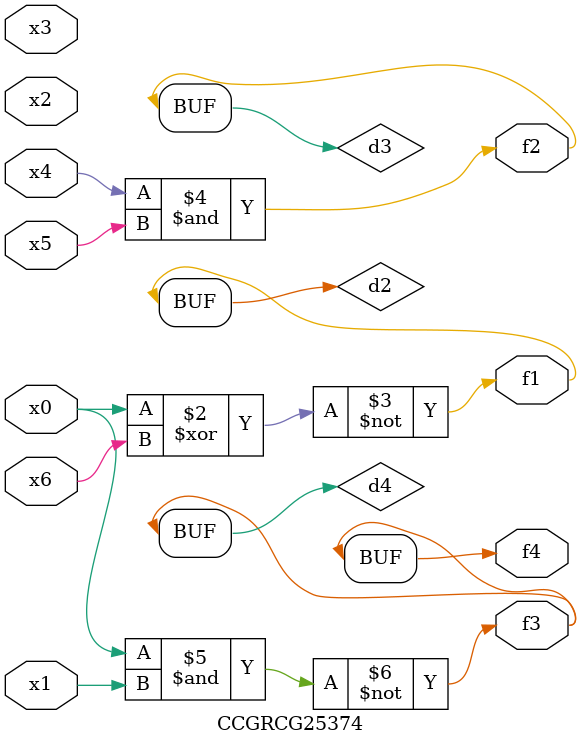
<source format=v>
module CCGRCG25374(
	input x0, x1, x2, x3, x4, x5, x6,
	output f1, f2, f3, f4
);

	wire d1, d2, d3, d4;

	nor (d1, x0);
	xnor (d2, x0, x6);
	and (d3, x4, x5);
	nand (d4, x0, x1);
	assign f1 = d2;
	assign f2 = d3;
	assign f3 = d4;
	assign f4 = d4;
endmodule

</source>
